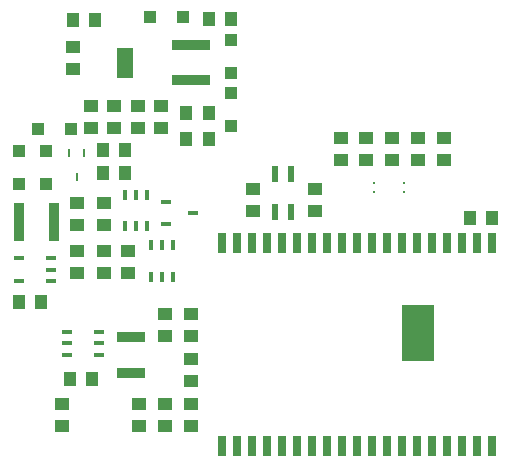
<source format=gbr>
G04 DipTrace 3.3.1.3*
G04 TopPaste.gbr*
%MOIN*%
G04 #@! TF.FileFunction,Paste,Top*
G04 #@! TF.Part,Single*
%AMOUTLINE2*
4,1,4,
0.019606,-0.019606,
-0.019606,-0.019606,
-0.019606,0.019606,
0.019606,0.019606,
0.019606,-0.019606,
0*%
%ADD101R,0.110079X0.188819*%
%ADD103R,0.027402X0.070709*%
%ADD109R,0.015591X0.035276*%
%ADD111R,0.054961X0.102205*%
%ADD113R,0.047087X0.00378*%
%ADD119R,0.035276X0.015591*%
%ADD123R,0.011654X0.011654*%
%ADD125R,0.011654X0.025433*%
%ADD127R,0.033307X0.017559*%
%ADD129R,0.035276X0.125827*%
%ADD131R,0.098268X0.037244*%
%ADD133R,0.125827X0.035276*%
%ADD163R,0.023465X0.054961*%
%ADD167R,0.039213X0.039213*%
%ADD169R,0.04315X0.051024*%
%ADD171R,0.051024X0.04315*%
%ADD177OUTLINE2*%
%FSLAX26Y26*%
G04*
G70*
G90*
G75*
G01*
G04 TopPaste*
%LPD*%
D171*
X3507874Y818898D3*
Y744094D3*
D169*
X3114173Y1799213D3*
X3188976D3*
D171*
X3251969Y1511811D3*
Y1437008D3*
D169*
X3566929Y1803150D3*
X3641732D3*
X3566929Y1401575D3*
X3492126D3*
X4437008Y1137795D3*
X4511811D3*
D171*
X4263780Y1330709D3*
Y1405512D3*
D169*
X2933071Y858268D3*
X3007874D3*
D171*
X3125984Y1188976D3*
Y1114173D3*
X3299213Y1028072D3*
Y953269D3*
X3507874Y519685D3*
Y444882D3*
X3421260Y818898D3*
Y744094D3*
D169*
X3103205Y602248D3*
X3178008D3*
D171*
X3507874Y594488D3*
Y669291D3*
X3421260Y519685D3*
Y444882D3*
X3114173Y1633858D3*
Y1708661D3*
D167*
X2933071Y1251969D3*
Y1362205D3*
X3480315Y1807087D3*
X3370079D3*
X3641732Y1732283D3*
Y1622047D3*
Y1444882D3*
Y1555118D3*
X3023622Y1362205D3*
Y1251969D3*
D163*
X3787402Y1157480D3*
Y1283465D3*
X3842520Y1157480D3*
Y1283465D3*
D177*
X2996064Y1435043D3*
X3106301D3*
D133*
X3507874Y1716535D3*
Y1598425D3*
D131*
X3307087Y740157D3*
Y622047D3*
D129*
X2933092Y1125984D3*
X3051202D3*
D127*
X3425197Y1192913D3*
Y1118110D3*
X3515748Y1155512D3*
D125*
X3151577Y1356299D3*
X3100391D3*
X3125984Y1273622D3*
D171*
X3335472Y444882D3*
Y519685D3*
X3078740Y444882D3*
Y519685D3*
X3173228Y1511811D3*
Y1437008D3*
X3712598Y1236220D3*
Y1161417D3*
X3921260Y1236220D3*
Y1161417D3*
D169*
X3566929Y1488189D3*
X3492126D3*
D171*
X3407480Y1437008D3*
Y1511811D3*
X3330709Y1437008D3*
Y1511811D3*
X3216535Y1188976D3*
Y1114173D3*
D169*
X3212598Y1289370D3*
X3287402D3*
D171*
X3216535Y1028072D3*
Y953269D3*
X4350394Y1405512D3*
Y1330709D3*
X4177165D3*
Y1405512D3*
X4007874D3*
Y1330709D3*
X4090551D3*
Y1405512D3*
X3125984Y1028072D3*
Y953269D3*
D169*
X3287402Y1366142D3*
X3212598D3*
D123*
X4216535Y1255906D3*
Y1224409D3*
X4118110D3*
Y1255906D3*
D119*
X3199969Y683264D3*
Y720665D3*
Y758067D3*
X3093669D3*
Y720665D3*
Y683264D3*
D113*
X3200787Y1720472D3*
Y1694882D3*
Y1669291D3*
Y1643701D3*
Y1618110D3*
Y1592520D3*
X3374016D3*
Y1618110D3*
Y1643701D3*
Y1669291D3*
Y1694882D3*
Y1720472D3*
D111*
X3287402Y1656496D3*
D109*
X3374016Y940945D3*
X3411417D3*
X3448819D3*
Y1047244D3*
X3411417D3*
X3374016D3*
D103*
X4511811Y1055118D3*
X4461811Y1055512D3*
X4411811D3*
X4361811D3*
X4311811D3*
X4261811D3*
X4211811D3*
X4161811D3*
X4111811D3*
X4061811D3*
X4011811D3*
X3961811D3*
X3911811D3*
X3861811D3*
X3862192Y377478D3*
X3912192D3*
X3962192D3*
X4012190D3*
X4062192D3*
X3612192D3*
X3662192D3*
X3712192D3*
X3762192D3*
X3812192D3*
X4111850Y377480D3*
X4161850D3*
X4211850D3*
X4261850D3*
X4311850D3*
X4361850D3*
X4411850D3*
X4461850D3*
X4511850D3*
D101*
X4263701Y755118D3*
D103*
X3812151Y1055508D3*
X3762151D3*
X3712151D3*
X3662151D3*
X3612151D3*
D109*
X3362205Y1216535D3*
X3324803D3*
X3287402D3*
Y1110236D3*
X3324803D3*
X3362205D3*
D119*
X3039370Y929134D3*
Y966535D3*
Y1003937D3*
X2933071D3*
Y929134D3*
M02*

</source>
